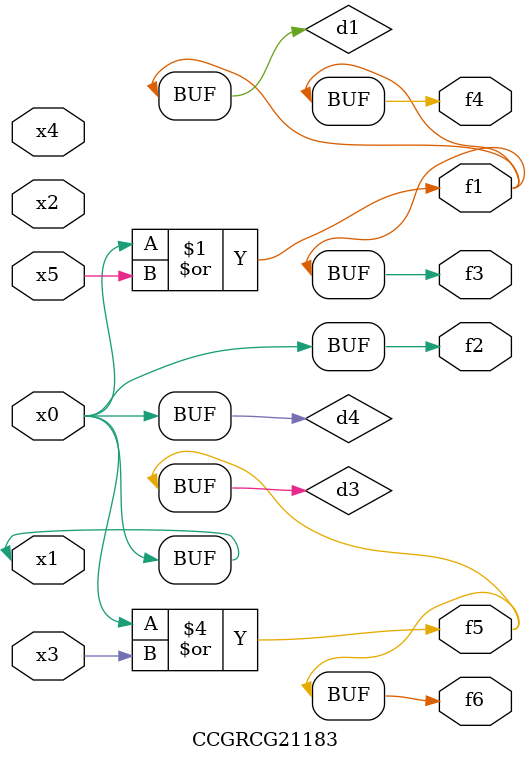
<source format=v>
module CCGRCG21183(
	input x0, x1, x2, x3, x4, x5,
	output f1, f2, f3, f4, f5, f6
);

	wire d1, d2, d3, d4;

	or (d1, x0, x5);
	xnor (d2, x1, x4);
	or (d3, x0, x3);
	buf (d4, x0, x1);
	assign f1 = d1;
	assign f2 = d4;
	assign f3 = d1;
	assign f4 = d1;
	assign f5 = d3;
	assign f6 = d3;
endmodule

</source>
